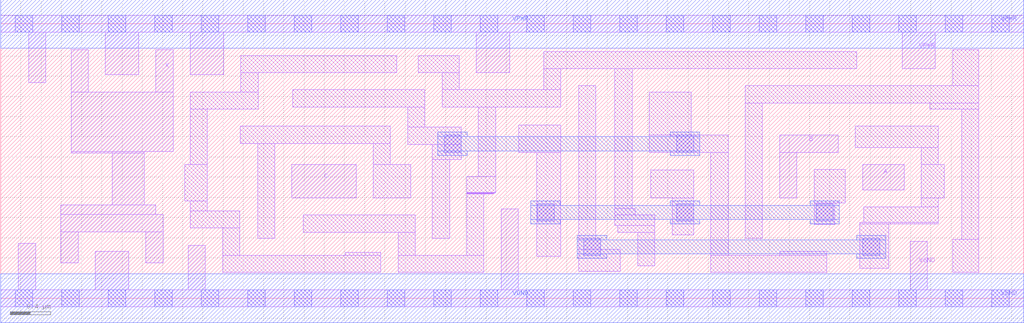
<source format=lef>
# Copyright 2020 The SkyWater PDK Authors
#
# Licensed under the Apache License, Version 2.0 (the "License");
# you may not use this file except in compliance with the License.
# You may obtain a copy of the License at
#
#     https://www.apache.org/licenses/LICENSE-2.0
#
# Unless required by applicable law or agreed to in writing, software
# distributed under the License is distributed on an "AS IS" BASIS,
# WITHOUT WARRANTIES OR CONDITIONS OF ANY KIND, either express or implied.
# See the License for the specific language governing permissions and
# limitations under the License.
#
# SPDX-License-Identifier: Apache-2.0

VERSION 5.7 ;
  NAMESCASESENSITIVE ON ;
  NOWIREEXTENSIONATPIN ON ;
  DIVIDERCHAR "/" ;
  BUSBITCHARS "[]" ;
UNITS
  DATABASE MICRONS 200 ;
END UNITS
MACRO sky130_fd_sc_hd__xor3_4
  CLASS CORE ;
  SOURCE USER ;
  FOREIGN sky130_fd_sc_hd__xor3_4 ;
  ORIGIN  0.000000  0.000000 ;
  SIZE  10.12000 BY  2.720000 ;
  SYMMETRY X Y R90 ;
  SITE unithd ;
  PIN A
    ANTENNAGATEAREA  0.246000 ;
    DIRECTION INPUT ;
    USE SIGNAL ;
    PORT
      LAYER li1 ;
        RECT 8.525000 1.075000 8.935000 1.325000 ;
    END
  END A
  PIN B
    ANTENNAGATEAREA  0.661500 ;
    DIRECTION INPUT ;
    USE SIGNAL ;
    PORT
      LAYER li1 ;
        RECT 7.705000 0.995000 7.875000 1.445000 ;
        RECT 7.705000 1.445000 8.285000 1.615000 ;
    END
  END B
  PIN C
    ANTENNAGATEAREA  0.381000 ;
    DIRECTION INPUT ;
    USE SIGNAL ;
    PORT
      LAYER li1 ;
        RECT 2.880000 0.995000 3.515000 1.325000 ;
    END
  END C
  PIN X
    ANTENNADIFFAREA  0.891000 ;
    DIRECTION OUTPUT ;
    USE SIGNAL ;
    PORT
      LAYER li1 ;
        RECT 0.595000 0.350000 0.765000 0.660000 ;
        RECT 0.595000 0.660000 1.605000 0.830000 ;
        RECT 0.595000 0.830000 1.535000 0.925000 ;
        RECT 0.695000 1.440000 1.420000 1.455000 ;
        RECT 0.695000 1.455000 1.705000 2.045000 ;
        RECT 0.695000 2.045000 0.865000 2.465000 ;
        RECT 1.105000 0.925000 1.420000 1.440000 ;
        RECT 1.435000 0.350000 1.605000 0.660000 ;
        RECT 1.535000 2.045000 1.705000 2.465000 ;
    END
  END X
  PIN VGND
    DIRECTION INOUT ;
    SHAPE ABUTMENT ;
    USE GROUND ;
    PORT
      LAYER li1 ;
        RECT 0.000000 -0.085000 10.120000 0.085000 ;
        RECT 0.175000  0.085000  0.345000 0.545000 ;
        RECT 0.935000  0.085000  1.265000 0.465000 ;
        RECT 1.855000  0.085000  2.025000 0.525000 ;
        RECT 4.950000  0.085000  5.120000 0.885000 ;
        RECT 8.995000  0.085000  9.165000 0.565000 ;
      LAYER mcon ;
        RECT 0.145000 -0.085000 0.315000 0.085000 ;
        RECT 0.605000 -0.085000 0.775000 0.085000 ;
        RECT 1.065000 -0.085000 1.235000 0.085000 ;
        RECT 1.525000 -0.085000 1.695000 0.085000 ;
        RECT 1.985000 -0.085000 2.155000 0.085000 ;
        RECT 2.445000 -0.085000 2.615000 0.085000 ;
        RECT 2.905000 -0.085000 3.075000 0.085000 ;
        RECT 3.365000 -0.085000 3.535000 0.085000 ;
        RECT 3.825000 -0.085000 3.995000 0.085000 ;
        RECT 4.285000 -0.085000 4.455000 0.085000 ;
        RECT 4.745000 -0.085000 4.915000 0.085000 ;
        RECT 5.205000 -0.085000 5.375000 0.085000 ;
        RECT 5.665000 -0.085000 5.835000 0.085000 ;
        RECT 6.125000 -0.085000 6.295000 0.085000 ;
        RECT 6.585000 -0.085000 6.755000 0.085000 ;
        RECT 7.045000 -0.085000 7.215000 0.085000 ;
        RECT 7.505000 -0.085000 7.675000 0.085000 ;
        RECT 7.965000 -0.085000 8.135000 0.085000 ;
        RECT 8.425000 -0.085000 8.595000 0.085000 ;
        RECT 8.885000 -0.085000 9.055000 0.085000 ;
        RECT 9.345000 -0.085000 9.515000 0.085000 ;
        RECT 9.805000 -0.085000 9.975000 0.085000 ;
      LAYER met1 ;
        RECT 0.000000 -0.240000 10.120000 0.240000 ;
    END
  END VGND
  PIN VPWR
    DIRECTION INOUT ;
    SHAPE ABUTMENT ;
    USE POWER ;
    PORT
      LAYER li1 ;
        RECT 0.000000 2.635000 10.120000 2.805000 ;
        RECT 0.275000 2.135000  0.445000 2.635000 ;
        RECT 1.035000 2.215000  1.365000 2.635000 ;
        RECT 1.875000 2.215000  2.205000 2.635000 ;
        RECT 4.705000 2.235000  5.035000 2.635000 ;
        RECT 8.915000 2.275000  9.245000 2.635000 ;
      LAYER mcon ;
        RECT 0.145000 2.635000 0.315000 2.805000 ;
        RECT 0.605000 2.635000 0.775000 2.805000 ;
        RECT 1.065000 2.635000 1.235000 2.805000 ;
        RECT 1.525000 2.635000 1.695000 2.805000 ;
        RECT 1.985000 2.635000 2.155000 2.805000 ;
        RECT 2.445000 2.635000 2.615000 2.805000 ;
        RECT 2.905000 2.635000 3.075000 2.805000 ;
        RECT 3.365000 2.635000 3.535000 2.805000 ;
        RECT 3.825000 2.635000 3.995000 2.805000 ;
        RECT 4.285000 2.635000 4.455000 2.805000 ;
        RECT 4.745000 2.635000 4.915000 2.805000 ;
        RECT 5.205000 2.635000 5.375000 2.805000 ;
        RECT 5.665000 2.635000 5.835000 2.805000 ;
        RECT 6.125000 2.635000 6.295000 2.805000 ;
        RECT 6.585000 2.635000 6.755000 2.805000 ;
        RECT 7.045000 2.635000 7.215000 2.805000 ;
        RECT 7.505000 2.635000 7.675000 2.805000 ;
        RECT 7.965000 2.635000 8.135000 2.805000 ;
        RECT 8.425000 2.635000 8.595000 2.805000 ;
        RECT 8.885000 2.635000 9.055000 2.805000 ;
        RECT 9.345000 2.635000 9.515000 2.805000 ;
        RECT 9.805000 2.635000 9.975000 2.805000 ;
      LAYER met1 ;
        RECT 0.000000 2.480000 10.120000 2.960000 ;
    END
  END VPWR
  OBS
    LAYER li1 ;
      RECT 1.820000 0.965000 2.045000 1.325000 ;
      RECT 1.875000 0.695000 2.365000 0.865000 ;
      RECT 1.875000 0.865000 2.045000 0.965000 ;
      RECT 1.875000 1.325000 2.045000 1.875000 ;
      RECT 1.875000 1.875000 2.545000 2.045000 ;
      RECT 2.195000 0.255000 3.760000 0.425000 ;
      RECT 2.195000 0.425000 2.365000 0.695000 ;
      RECT 2.370000 1.535000 3.855000 1.705000 ;
      RECT 2.375000 2.045000 2.545000 2.235000 ;
      RECT 2.375000 2.235000 3.915000 2.405000 ;
      RECT 2.540000 0.595000 2.710000 1.535000 ;
      RECT 2.890000 1.895000 4.195000 2.065000 ;
      RECT 2.990000 0.655000 4.100000 0.825000 ;
      RECT 3.410000 0.425000 3.760000 0.455000 ;
      RECT 3.685000 0.995000 4.055000 1.325000 ;
      RECT 3.685000 1.325000 3.855000 1.535000 ;
      RECT 3.930000 0.255000 4.780000 0.425000 ;
      RECT 3.930000 0.425000 4.100000 0.655000 ;
      RECT 4.025000 1.525000 4.555000 1.695000 ;
      RECT 4.025000 1.695000 4.195000 1.895000 ;
      RECT 4.130000 2.235000 4.535000 2.405000 ;
      RECT 4.270000 0.595000 4.440000 1.375000 ;
      RECT 4.270000 1.375000 4.555000 1.525000 ;
      RECT 4.365000 1.895000 5.540000 2.065000 ;
      RECT 4.365000 2.065000 4.535000 2.235000 ;
      RECT 4.610000 0.425000 4.780000 1.035000 ;
      RECT 4.610000 1.035000 4.865000 1.040000 ;
      RECT 4.610000 1.040000 4.880000 1.045000 ;
      RECT 4.610000 1.045000 4.890000 1.050000 ;
      RECT 4.610000 1.050000 4.895000 1.205000 ;
      RECT 4.725000 1.205000 4.895000 1.895000 ;
      RECT 5.125000 1.445000 5.540000 1.715000 ;
      RECT 5.300000 0.415000 5.540000 1.445000 ;
      RECT 5.370000 2.065000 5.540000 2.275000 ;
      RECT 5.370000 2.275000 8.465000 2.445000 ;
      RECT 5.715000 0.265000 6.130000 0.485000 ;
      RECT 5.715000 0.485000 5.935000 0.595000 ;
      RECT 5.715000 0.595000 5.885000 2.105000 ;
      RECT 6.075000 0.720000 6.470000 0.825000 ;
      RECT 6.075000 0.825000 6.275000 0.890000 ;
      RECT 6.075000 0.890000 6.245000 2.275000 ;
      RECT 6.105000 0.655000 6.470000 0.720000 ;
      RECT 6.300000 0.320000 6.470000 0.655000 ;
      RECT 6.415000 1.445000 7.195000 1.615000 ;
      RECT 6.415000 1.615000 6.830000 2.045000 ;
      RECT 6.430000 0.995000 6.855000 1.270000 ;
      RECT 6.640000 0.630000 6.855000 0.995000 ;
      RECT 7.025000 0.255000 8.170000 0.425000 ;
      RECT 7.025000 0.425000 7.195000 1.445000 ;
      RECT 7.365000 0.595000 7.535000 1.935000 ;
      RECT 7.365000 1.935000 9.675000 2.105000 ;
      RECT 7.705000 0.425000 8.170000 0.465000 ;
      RECT 8.045000 0.730000 8.250000 0.945000 ;
      RECT 8.045000 0.945000 8.355000 1.275000 ;
      RECT 8.455000 1.495000 9.275000 1.705000 ;
      RECT 8.495000 0.295000 8.785000 0.735000 ;
      RECT 8.495000 0.735000 9.275000 0.750000 ;
      RECT 8.535000 0.750000 9.275000 0.905000 ;
      RECT 9.105000 0.905000 9.275000 0.995000 ;
      RECT 9.105000 0.995000 9.335000 1.325000 ;
      RECT 9.105000 1.325000 9.275000 1.495000 ;
      RECT 9.190000 1.875000 9.675000 1.935000 ;
      RECT 9.415000 0.255000 9.675000 0.585000 ;
      RECT 9.415000 2.105000 9.675000 2.465000 ;
      RECT 9.505000 0.585000 9.675000 1.875000 ;
    LAYER mcon ;
      RECT 4.385000 1.445000 4.555000 1.615000 ;
      RECT 5.305000 0.765000 5.475000 0.935000 ;
      RECT 5.765000 0.425000 5.935000 0.595000 ;
      RECT 6.685000 0.765000 6.855000 0.935000 ;
      RECT 6.685000 1.445000 6.855000 1.615000 ;
      RECT 8.065000 0.765000 8.235000 0.935000 ;
      RECT 8.525000 0.425000 8.695000 0.595000 ;
    LAYER met1 ;
      RECT 4.325000 1.415000 4.615000 1.460000 ;
      RECT 4.325000 1.460000 6.915000 1.600000 ;
      RECT 4.325000 1.600000 4.615000 1.645000 ;
      RECT 5.245000 0.735000 5.535000 0.780000 ;
      RECT 5.245000 0.780000 8.295000 0.920000 ;
      RECT 5.245000 0.920000 5.535000 0.965000 ;
      RECT 5.705000 0.395000 5.995000 0.440000 ;
      RECT 5.705000 0.440000 8.755000 0.580000 ;
      RECT 5.705000 0.580000 5.995000 0.625000 ;
      RECT 6.625000 0.735000 6.915000 0.780000 ;
      RECT 6.625000 0.920000 6.915000 0.965000 ;
      RECT 6.625000 1.415000 6.915000 1.460000 ;
      RECT 6.625000 1.600000 6.915000 1.645000 ;
      RECT 8.005000 0.735000 8.295000 0.780000 ;
      RECT 8.005000 0.920000 8.295000 0.965000 ;
      RECT 8.465000 0.395000 8.755000 0.440000 ;
      RECT 8.465000 0.580000 8.755000 0.625000 ;
  END
END sky130_fd_sc_hd__xor3_4
END LIBRARY

</source>
